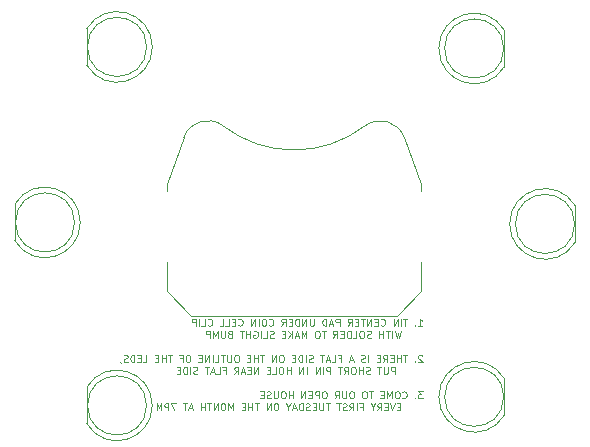
<source format=gbr>
G04 #@! TF.GenerationSoftware,KiCad,Pcbnew,(5.0.0)*
G04 #@! TF.CreationDate,2018-10-24T09:39:07-04:00*
G04 #@! TF.ProjectId,Interlock,496E7465726C6F636B2E6B696361645F,rev?*
G04 #@! TF.SameCoordinates,Original*
G04 #@! TF.FileFunction,Legend,Bot*
G04 #@! TF.FilePolarity,Positive*
%FSLAX46Y46*%
G04 Gerber Fmt 4.6, Leading zero omitted, Abs format (unit mm)*
G04 Created by KiCad (PCBNEW (5.0.0)) date 10/24/18 09:39:07*
%MOMM*%
%LPD*%
G01*
G04 APERTURE LIST*
%ADD10C,0.125000*%
%ADD11C,0.100000*%
%ADD12C,0.120000*%
%ADD13C,0.150000*%
G04 APERTURE END LIST*
D10*
X151988607Y-70978928D02*
X152331464Y-70978928D01*
X152160035Y-70978928D02*
X152160035Y-70378928D01*
X152217178Y-70464642D01*
X152274321Y-70521785D01*
X152331464Y-70550357D01*
X151731464Y-70921785D02*
X151702892Y-70950357D01*
X151731464Y-70978928D01*
X151760035Y-70950357D01*
X151731464Y-70921785D01*
X151731464Y-70978928D01*
X151074321Y-70378928D02*
X150731464Y-70378928D01*
X150902892Y-70978928D02*
X150902892Y-70378928D01*
X150531464Y-70978928D02*
X150531464Y-70378928D01*
X150245750Y-70978928D02*
X150245750Y-70378928D01*
X149902892Y-70978928D01*
X149902892Y-70378928D01*
X148817178Y-70921785D02*
X148845750Y-70950357D01*
X148931464Y-70978928D01*
X148988607Y-70978928D01*
X149074321Y-70950357D01*
X149131464Y-70893214D01*
X149160035Y-70836071D01*
X149188607Y-70721785D01*
X149188607Y-70636071D01*
X149160035Y-70521785D01*
X149131464Y-70464642D01*
X149074321Y-70407500D01*
X148988607Y-70378928D01*
X148931464Y-70378928D01*
X148845750Y-70407500D01*
X148817178Y-70436071D01*
X148560035Y-70664642D02*
X148360035Y-70664642D01*
X148274321Y-70978928D02*
X148560035Y-70978928D01*
X148560035Y-70378928D01*
X148274321Y-70378928D01*
X148017178Y-70978928D02*
X148017178Y-70378928D01*
X147674321Y-70978928D01*
X147674321Y-70378928D01*
X147474321Y-70378928D02*
X147131464Y-70378928D01*
X147302892Y-70978928D02*
X147302892Y-70378928D01*
X146931464Y-70664642D02*
X146731464Y-70664642D01*
X146645750Y-70978928D02*
X146931464Y-70978928D01*
X146931464Y-70378928D01*
X146645750Y-70378928D01*
X146045750Y-70978928D02*
X146245750Y-70693214D01*
X146388607Y-70978928D02*
X146388607Y-70378928D01*
X146160035Y-70378928D01*
X146102892Y-70407500D01*
X146074321Y-70436071D01*
X146045750Y-70493214D01*
X146045750Y-70578928D01*
X146074321Y-70636071D01*
X146102892Y-70664642D01*
X146160035Y-70693214D01*
X146388607Y-70693214D01*
X145331464Y-70978928D02*
X145331464Y-70378928D01*
X145102892Y-70378928D01*
X145045750Y-70407500D01*
X145017178Y-70436071D01*
X144988607Y-70493214D01*
X144988607Y-70578928D01*
X145017178Y-70636071D01*
X145045750Y-70664642D01*
X145102892Y-70693214D01*
X145331464Y-70693214D01*
X144760035Y-70807500D02*
X144474321Y-70807500D01*
X144817178Y-70978928D02*
X144617178Y-70378928D01*
X144417178Y-70978928D01*
X144217178Y-70978928D02*
X144217178Y-70378928D01*
X144074321Y-70378928D01*
X143988607Y-70407500D01*
X143931464Y-70464642D01*
X143902892Y-70521785D01*
X143874321Y-70636071D01*
X143874321Y-70721785D01*
X143902892Y-70836071D01*
X143931464Y-70893214D01*
X143988607Y-70950357D01*
X144074321Y-70978928D01*
X144217178Y-70978928D01*
X143160035Y-70378928D02*
X143160035Y-70864642D01*
X143131464Y-70921785D01*
X143102892Y-70950357D01*
X143045750Y-70978928D01*
X142931464Y-70978928D01*
X142874321Y-70950357D01*
X142845750Y-70921785D01*
X142817178Y-70864642D01*
X142817178Y-70378928D01*
X142531464Y-70978928D02*
X142531464Y-70378928D01*
X142188607Y-70978928D01*
X142188607Y-70378928D01*
X141902892Y-70978928D02*
X141902892Y-70378928D01*
X141760035Y-70378928D01*
X141674321Y-70407500D01*
X141617178Y-70464642D01*
X141588607Y-70521785D01*
X141560035Y-70636071D01*
X141560035Y-70721785D01*
X141588607Y-70836071D01*
X141617178Y-70893214D01*
X141674321Y-70950357D01*
X141760035Y-70978928D01*
X141902892Y-70978928D01*
X141302892Y-70664642D02*
X141102892Y-70664642D01*
X141017178Y-70978928D02*
X141302892Y-70978928D01*
X141302892Y-70378928D01*
X141017178Y-70378928D01*
X140417178Y-70978928D02*
X140617178Y-70693214D01*
X140760035Y-70978928D02*
X140760035Y-70378928D01*
X140531464Y-70378928D01*
X140474321Y-70407500D01*
X140445750Y-70436071D01*
X140417178Y-70493214D01*
X140417178Y-70578928D01*
X140445750Y-70636071D01*
X140474321Y-70664642D01*
X140531464Y-70693214D01*
X140760035Y-70693214D01*
X139360035Y-70921785D02*
X139388607Y-70950357D01*
X139474321Y-70978928D01*
X139531464Y-70978928D01*
X139617178Y-70950357D01*
X139674321Y-70893214D01*
X139702892Y-70836071D01*
X139731464Y-70721785D01*
X139731464Y-70636071D01*
X139702892Y-70521785D01*
X139674321Y-70464642D01*
X139617178Y-70407500D01*
X139531464Y-70378928D01*
X139474321Y-70378928D01*
X139388607Y-70407500D01*
X139360035Y-70436071D01*
X138988607Y-70378928D02*
X138874321Y-70378928D01*
X138817178Y-70407500D01*
X138760035Y-70464642D01*
X138731464Y-70578928D01*
X138731464Y-70778928D01*
X138760035Y-70893214D01*
X138817178Y-70950357D01*
X138874321Y-70978928D01*
X138988607Y-70978928D01*
X139045750Y-70950357D01*
X139102892Y-70893214D01*
X139131464Y-70778928D01*
X139131464Y-70578928D01*
X139102892Y-70464642D01*
X139045750Y-70407500D01*
X138988607Y-70378928D01*
X138474321Y-70978928D02*
X138474321Y-70378928D01*
X138188607Y-70978928D02*
X138188607Y-70378928D01*
X137845750Y-70978928D01*
X137845750Y-70378928D01*
X136760035Y-70921785D02*
X136788607Y-70950357D01*
X136874321Y-70978928D01*
X136931464Y-70978928D01*
X137017178Y-70950357D01*
X137074321Y-70893214D01*
X137102892Y-70836071D01*
X137131464Y-70721785D01*
X137131464Y-70636071D01*
X137102892Y-70521785D01*
X137074321Y-70464642D01*
X137017178Y-70407500D01*
X136931464Y-70378928D01*
X136874321Y-70378928D01*
X136788607Y-70407500D01*
X136760035Y-70436071D01*
X136502892Y-70664642D02*
X136302892Y-70664642D01*
X136217178Y-70978928D02*
X136502892Y-70978928D01*
X136502892Y-70378928D01*
X136217178Y-70378928D01*
X135674321Y-70978928D02*
X135960035Y-70978928D01*
X135960035Y-70378928D01*
X135188607Y-70978928D02*
X135474321Y-70978928D01*
X135474321Y-70378928D01*
X134188607Y-70921785D02*
X134217178Y-70950357D01*
X134302892Y-70978928D01*
X134360035Y-70978928D01*
X134445750Y-70950357D01*
X134502892Y-70893214D01*
X134531464Y-70836071D01*
X134560035Y-70721785D01*
X134560035Y-70636071D01*
X134531464Y-70521785D01*
X134502892Y-70464642D01*
X134445750Y-70407500D01*
X134360035Y-70378928D01*
X134302892Y-70378928D01*
X134217178Y-70407500D01*
X134188607Y-70436071D01*
X133645749Y-70978928D02*
X133931464Y-70978928D01*
X133931464Y-70378928D01*
X133445749Y-70978928D02*
X133445749Y-70378928D01*
X133160035Y-70978928D02*
X133160035Y-70378928D01*
X132931464Y-70378928D01*
X132874321Y-70407500D01*
X132845749Y-70436071D01*
X132817178Y-70493214D01*
X132817178Y-70578928D01*
X132845749Y-70636071D01*
X132874321Y-70664642D01*
X132931464Y-70693214D01*
X133160035Y-70693214D01*
X150531464Y-71403928D02*
X150388607Y-72003928D01*
X150274321Y-71575357D01*
X150160035Y-72003928D01*
X150017178Y-71403928D01*
X149788607Y-72003928D02*
X149788607Y-71403928D01*
X149588607Y-71403928D02*
X149245750Y-71403928D01*
X149417178Y-72003928D02*
X149417178Y-71403928D01*
X149045750Y-72003928D02*
X149045750Y-71403928D01*
X149045750Y-71689642D02*
X148702892Y-71689642D01*
X148702892Y-72003928D02*
X148702892Y-71403928D01*
X147988607Y-71975357D02*
X147902892Y-72003928D01*
X147760035Y-72003928D01*
X147702892Y-71975357D01*
X147674321Y-71946785D01*
X147645750Y-71889642D01*
X147645750Y-71832500D01*
X147674321Y-71775357D01*
X147702892Y-71746785D01*
X147760035Y-71718214D01*
X147874321Y-71689642D01*
X147931464Y-71661071D01*
X147960035Y-71632500D01*
X147988607Y-71575357D01*
X147988607Y-71518214D01*
X147960035Y-71461071D01*
X147931464Y-71432500D01*
X147874321Y-71403928D01*
X147731464Y-71403928D01*
X147645750Y-71432500D01*
X147274321Y-71403928D02*
X147160035Y-71403928D01*
X147102892Y-71432500D01*
X147045750Y-71489642D01*
X147017178Y-71603928D01*
X147017178Y-71803928D01*
X147045750Y-71918214D01*
X147102892Y-71975357D01*
X147160035Y-72003928D01*
X147274321Y-72003928D01*
X147331464Y-71975357D01*
X147388607Y-71918214D01*
X147417178Y-71803928D01*
X147417178Y-71603928D01*
X147388607Y-71489642D01*
X147331464Y-71432500D01*
X147274321Y-71403928D01*
X146474321Y-72003928D02*
X146760035Y-72003928D01*
X146760035Y-71403928D01*
X146274321Y-72003928D02*
X146274321Y-71403928D01*
X146131464Y-71403928D01*
X146045750Y-71432500D01*
X145988607Y-71489642D01*
X145960035Y-71546785D01*
X145931464Y-71661071D01*
X145931464Y-71746785D01*
X145960035Y-71861071D01*
X145988607Y-71918214D01*
X146045750Y-71975357D01*
X146131464Y-72003928D01*
X146274321Y-72003928D01*
X145674321Y-71689642D02*
X145474321Y-71689642D01*
X145388607Y-72003928D02*
X145674321Y-72003928D01*
X145674321Y-71403928D01*
X145388607Y-71403928D01*
X144788607Y-72003928D02*
X144988607Y-71718214D01*
X145131464Y-72003928D02*
X145131464Y-71403928D01*
X144902892Y-71403928D01*
X144845750Y-71432500D01*
X144817178Y-71461071D01*
X144788607Y-71518214D01*
X144788607Y-71603928D01*
X144817178Y-71661071D01*
X144845750Y-71689642D01*
X144902892Y-71718214D01*
X145131464Y-71718214D01*
X144160035Y-71403928D02*
X143817178Y-71403928D01*
X143988607Y-72003928D02*
X143988607Y-71403928D01*
X143502892Y-71403928D02*
X143388607Y-71403928D01*
X143331464Y-71432500D01*
X143274321Y-71489642D01*
X143245750Y-71603928D01*
X143245750Y-71803928D01*
X143274321Y-71918214D01*
X143331464Y-71975357D01*
X143388607Y-72003928D01*
X143502892Y-72003928D01*
X143560035Y-71975357D01*
X143617178Y-71918214D01*
X143645750Y-71803928D01*
X143645750Y-71603928D01*
X143617178Y-71489642D01*
X143560035Y-71432500D01*
X143502892Y-71403928D01*
X142531464Y-72003928D02*
X142531464Y-71403928D01*
X142331464Y-71832500D01*
X142131464Y-71403928D01*
X142131464Y-72003928D01*
X141874321Y-71832500D02*
X141588607Y-71832500D01*
X141931464Y-72003928D02*
X141731464Y-71403928D01*
X141531464Y-72003928D01*
X141331464Y-72003928D02*
X141331464Y-71403928D01*
X140988607Y-72003928D02*
X141245750Y-71661071D01*
X140988607Y-71403928D02*
X141331464Y-71746785D01*
X140731464Y-71689642D02*
X140531464Y-71689642D01*
X140445750Y-72003928D02*
X140731464Y-72003928D01*
X140731464Y-71403928D01*
X140445750Y-71403928D01*
X139760035Y-71975357D02*
X139674321Y-72003928D01*
X139531464Y-72003928D01*
X139474321Y-71975357D01*
X139445750Y-71946785D01*
X139417178Y-71889642D01*
X139417178Y-71832500D01*
X139445750Y-71775357D01*
X139474321Y-71746785D01*
X139531464Y-71718214D01*
X139645750Y-71689642D01*
X139702892Y-71661071D01*
X139731464Y-71632500D01*
X139760035Y-71575357D01*
X139760035Y-71518214D01*
X139731464Y-71461071D01*
X139702892Y-71432500D01*
X139645750Y-71403928D01*
X139502892Y-71403928D01*
X139417178Y-71432500D01*
X138874321Y-72003928D02*
X139160035Y-72003928D01*
X139160035Y-71403928D01*
X138674321Y-72003928D02*
X138674321Y-71403928D01*
X138074321Y-71432500D02*
X138131464Y-71403928D01*
X138217178Y-71403928D01*
X138302892Y-71432500D01*
X138360035Y-71489642D01*
X138388607Y-71546785D01*
X138417178Y-71661071D01*
X138417178Y-71746785D01*
X138388607Y-71861071D01*
X138360035Y-71918214D01*
X138302892Y-71975357D01*
X138217178Y-72003928D01*
X138160035Y-72003928D01*
X138074321Y-71975357D01*
X138045750Y-71946785D01*
X138045750Y-71746785D01*
X138160035Y-71746785D01*
X137788607Y-72003928D02*
X137788607Y-71403928D01*
X137788607Y-71689642D02*
X137445750Y-71689642D01*
X137445750Y-72003928D02*
X137445750Y-71403928D01*
X137245750Y-71403928D02*
X136902892Y-71403928D01*
X137074321Y-72003928D02*
X137074321Y-71403928D01*
X136045750Y-71689642D02*
X135960035Y-71718214D01*
X135931464Y-71746785D01*
X135902892Y-71803928D01*
X135902892Y-71889642D01*
X135931464Y-71946785D01*
X135960035Y-71975357D01*
X136017178Y-72003928D01*
X136245750Y-72003928D01*
X136245750Y-71403928D01*
X136045750Y-71403928D01*
X135988607Y-71432500D01*
X135960035Y-71461071D01*
X135931464Y-71518214D01*
X135931464Y-71575357D01*
X135960035Y-71632500D01*
X135988607Y-71661071D01*
X136045750Y-71689642D01*
X136245750Y-71689642D01*
X135645750Y-71403928D02*
X135645750Y-71889642D01*
X135617178Y-71946785D01*
X135588607Y-71975357D01*
X135531464Y-72003928D01*
X135417178Y-72003928D01*
X135360035Y-71975357D01*
X135331464Y-71946785D01*
X135302892Y-71889642D01*
X135302892Y-71403928D01*
X135017178Y-72003928D02*
X135017178Y-71403928D01*
X134817178Y-71832500D01*
X134617178Y-71403928D01*
X134617178Y-72003928D01*
X134331464Y-72003928D02*
X134331464Y-71403928D01*
X134102892Y-71403928D01*
X134045750Y-71432500D01*
X134017178Y-71461071D01*
X133988607Y-71518214D01*
X133988607Y-71603928D01*
X134017178Y-71661071D01*
X134045750Y-71689642D01*
X134102892Y-71718214D01*
X134331464Y-71718214D01*
X152331464Y-73511071D02*
X152302892Y-73482500D01*
X152245750Y-73453928D01*
X152102892Y-73453928D01*
X152045750Y-73482500D01*
X152017178Y-73511071D01*
X151988607Y-73568214D01*
X151988607Y-73625357D01*
X152017178Y-73711071D01*
X152360035Y-74053928D01*
X151988607Y-74053928D01*
X151731464Y-73996785D02*
X151702892Y-74025357D01*
X151731464Y-74053928D01*
X151760035Y-74025357D01*
X151731464Y-73996785D01*
X151731464Y-74053928D01*
X151074321Y-73453928D02*
X150731464Y-73453928D01*
X150902892Y-74053928D02*
X150902892Y-73453928D01*
X150531464Y-74053928D02*
X150531464Y-73453928D01*
X150531464Y-73739642D02*
X150188607Y-73739642D01*
X150188607Y-74053928D02*
X150188607Y-73453928D01*
X149902892Y-73739642D02*
X149702892Y-73739642D01*
X149617178Y-74053928D02*
X149902892Y-74053928D01*
X149902892Y-73453928D01*
X149617178Y-73453928D01*
X149017178Y-74053928D02*
X149217178Y-73768214D01*
X149360035Y-74053928D02*
X149360035Y-73453928D01*
X149131464Y-73453928D01*
X149074321Y-73482500D01*
X149045750Y-73511071D01*
X149017178Y-73568214D01*
X149017178Y-73653928D01*
X149045750Y-73711071D01*
X149074321Y-73739642D01*
X149131464Y-73768214D01*
X149360035Y-73768214D01*
X148760035Y-73739642D02*
X148560035Y-73739642D01*
X148474321Y-74053928D02*
X148760035Y-74053928D01*
X148760035Y-73453928D01*
X148474321Y-73453928D01*
X147760035Y-74053928D02*
X147760035Y-73453928D01*
X147502892Y-74025357D02*
X147417178Y-74053928D01*
X147274321Y-74053928D01*
X147217178Y-74025357D01*
X147188607Y-73996785D01*
X147160035Y-73939642D01*
X147160035Y-73882500D01*
X147188607Y-73825357D01*
X147217178Y-73796785D01*
X147274321Y-73768214D01*
X147388607Y-73739642D01*
X147445750Y-73711071D01*
X147474321Y-73682500D01*
X147502892Y-73625357D01*
X147502892Y-73568214D01*
X147474321Y-73511071D01*
X147445750Y-73482500D01*
X147388607Y-73453928D01*
X147245750Y-73453928D01*
X147160035Y-73482500D01*
X146474321Y-73882500D02*
X146188607Y-73882500D01*
X146531464Y-74053928D02*
X146331464Y-73453928D01*
X146131464Y-74053928D01*
X145274321Y-73739642D02*
X145474321Y-73739642D01*
X145474321Y-74053928D02*
X145474321Y-73453928D01*
X145188607Y-73453928D01*
X144674321Y-74053928D02*
X144960035Y-74053928D01*
X144960035Y-73453928D01*
X144502892Y-73882500D02*
X144217178Y-73882500D01*
X144560035Y-74053928D02*
X144360035Y-73453928D01*
X144160035Y-74053928D01*
X144045750Y-73453928D02*
X143702892Y-73453928D01*
X143874321Y-74053928D02*
X143874321Y-73453928D01*
X143074321Y-74025357D02*
X142988607Y-74053928D01*
X142845750Y-74053928D01*
X142788607Y-74025357D01*
X142760035Y-73996785D01*
X142731464Y-73939642D01*
X142731464Y-73882500D01*
X142760035Y-73825357D01*
X142788607Y-73796785D01*
X142845750Y-73768214D01*
X142960035Y-73739642D01*
X143017178Y-73711071D01*
X143045750Y-73682500D01*
X143074321Y-73625357D01*
X143074321Y-73568214D01*
X143045750Y-73511071D01*
X143017178Y-73482500D01*
X142960035Y-73453928D01*
X142817178Y-73453928D01*
X142731464Y-73482500D01*
X142474321Y-74053928D02*
X142474321Y-73453928D01*
X142188607Y-74053928D02*
X142188607Y-73453928D01*
X142045750Y-73453928D01*
X141960035Y-73482500D01*
X141902892Y-73539642D01*
X141874321Y-73596785D01*
X141845750Y-73711071D01*
X141845750Y-73796785D01*
X141874321Y-73911071D01*
X141902892Y-73968214D01*
X141960035Y-74025357D01*
X142045750Y-74053928D01*
X142188607Y-74053928D01*
X141588607Y-73739642D02*
X141388607Y-73739642D01*
X141302892Y-74053928D02*
X141588607Y-74053928D01*
X141588607Y-73453928D01*
X141302892Y-73453928D01*
X140474321Y-73453928D02*
X140360035Y-73453928D01*
X140302892Y-73482500D01*
X140245750Y-73539642D01*
X140217178Y-73653928D01*
X140217178Y-73853928D01*
X140245750Y-73968214D01*
X140302892Y-74025357D01*
X140360035Y-74053928D01*
X140474321Y-74053928D01*
X140531464Y-74025357D01*
X140588607Y-73968214D01*
X140617178Y-73853928D01*
X140617178Y-73653928D01*
X140588607Y-73539642D01*
X140531464Y-73482500D01*
X140474321Y-73453928D01*
X139960035Y-74053928D02*
X139960035Y-73453928D01*
X139617178Y-74053928D01*
X139617178Y-73453928D01*
X138960035Y-73453928D02*
X138617178Y-73453928D01*
X138788607Y-74053928D02*
X138788607Y-73453928D01*
X138417178Y-74053928D02*
X138417178Y-73453928D01*
X138417178Y-73739642D02*
X138074321Y-73739642D01*
X138074321Y-74053928D02*
X138074321Y-73453928D01*
X137788607Y-73739642D02*
X137588607Y-73739642D01*
X137502892Y-74053928D02*
X137788607Y-74053928D01*
X137788607Y-73453928D01*
X137502892Y-73453928D01*
X136674321Y-73453928D02*
X136560035Y-73453928D01*
X136502892Y-73482500D01*
X136445750Y-73539642D01*
X136417178Y-73653928D01*
X136417178Y-73853928D01*
X136445750Y-73968214D01*
X136502892Y-74025357D01*
X136560035Y-74053928D01*
X136674321Y-74053928D01*
X136731464Y-74025357D01*
X136788607Y-73968214D01*
X136817178Y-73853928D01*
X136817178Y-73653928D01*
X136788607Y-73539642D01*
X136731464Y-73482500D01*
X136674321Y-73453928D01*
X136160035Y-73453928D02*
X136160035Y-73939642D01*
X136131464Y-73996785D01*
X136102892Y-74025357D01*
X136045750Y-74053928D01*
X135931464Y-74053928D01*
X135874321Y-74025357D01*
X135845750Y-73996785D01*
X135817178Y-73939642D01*
X135817178Y-73453928D01*
X135617178Y-73453928D02*
X135274321Y-73453928D01*
X135445750Y-74053928D02*
X135445750Y-73453928D01*
X134788607Y-74053928D02*
X135074321Y-74053928D01*
X135074321Y-73453928D01*
X134588607Y-74053928D02*
X134588607Y-73453928D01*
X134302892Y-74053928D02*
X134302892Y-73453928D01*
X133960035Y-74053928D01*
X133960035Y-73453928D01*
X133674321Y-73739642D02*
X133474321Y-73739642D01*
X133388607Y-74053928D02*
X133674321Y-74053928D01*
X133674321Y-73453928D01*
X133388607Y-73453928D01*
X132560035Y-73453928D02*
X132445750Y-73453928D01*
X132388607Y-73482500D01*
X132331464Y-73539642D01*
X132302892Y-73653928D01*
X132302892Y-73853928D01*
X132331464Y-73968214D01*
X132388607Y-74025357D01*
X132445750Y-74053928D01*
X132560035Y-74053928D01*
X132617178Y-74025357D01*
X132674321Y-73968214D01*
X132702892Y-73853928D01*
X132702892Y-73653928D01*
X132674321Y-73539642D01*
X132617178Y-73482500D01*
X132560035Y-73453928D01*
X131845750Y-73739642D02*
X132045750Y-73739642D01*
X132045750Y-74053928D02*
X132045750Y-73453928D01*
X131760035Y-73453928D01*
X131160035Y-73453928D02*
X130817178Y-73453928D01*
X130988607Y-74053928D02*
X130988607Y-73453928D01*
X130617178Y-74053928D02*
X130617178Y-73453928D01*
X130617178Y-73739642D02*
X130274321Y-73739642D01*
X130274321Y-74053928D02*
X130274321Y-73453928D01*
X129988607Y-73739642D02*
X129788607Y-73739642D01*
X129702892Y-74053928D02*
X129988607Y-74053928D01*
X129988607Y-73453928D01*
X129702892Y-73453928D01*
X128702892Y-74053928D02*
X128988607Y-74053928D01*
X128988607Y-73453928D01*
X128502892Y-73739642D02*
X128302892Y-73739642D01*
X128217178Y-74053928D02*
X128502892Y-74053928D01*
X128502892Y-73453928D01*
X128217178Y-73453928D01*
X127960035Y-74053928D02*
X127960035Y-73453928D01*
X127817178Y-73453928D01*
X127731464Y-73482500D01*
X127674321Y-73539642D01*
X127645750Y-73596785D01*
X127617178Y-73711071D01*
X127617178Y-73796785D01*
X127645750Y-73911071D01*
X127674321Y-73968214D01*
X127731464Y-74025357D01*
X127817178Y-74053928D01*
X127960035Y-74053928D01*
X127388607Y-74025357D02*
X127302892Y-74053928D01*
X127160035Y-74053928D01*
X127102892Y-74025357D01*
X127074321Y-73996785D01*
X127045750Y-73939642D01*
X127045750Y-73882500D01*
X127074321Y-73825357D01*
X127102892Y-73796785D01*
X127160035Y-73768214D01*
X127274321Y-73739642D01*
X127331464Y-73711071D01*
X127360035Y-73682500D01*
X127388607Y-73625357D01*
X127388607Y-73568214D01*
X127360035Y-73511071D01*
X127331464Y-73482500D01*
X127274321Y-73453928D01*
X127131464Y-73453928D01*
X127045750Y-73482500D01*
X126760035Y-74025357D02*
X126760035Y-74053928D01*
X126788607Y-74111071D01*
X126817178Y-74139642D01*
X150017178Y-75078928D02*
X150017178Y-74478928D01*
X149788607Y-74478928D01*
X149731464Y-74507500D01*
X149702892Y-74536071D01*
X149674321Y-74593214D01*
X149674321Y-74678928D01*
X149702892Y-74736071D01*
X149731464Y-74764642D01*
X149788607Y-74793214D01*
X150017178Y-74793214D01*
X149417178Y-74478928D02*
X149417178Y-74964642D01*
X149388607Y-75021785D01*
X149360035Y-75050357D01*
X149302892Y-75078928D01*
X149188607Y-75078928D01*
X149131464Y-75050357D01*
X149102892Y-75021785D01*
X149074321Y-74964642D01*
X149074321Y-74478928D01*
X148874321Y-74478928D02*
X148531464Y-74478928D01*
X148702892Y-75078928D02*
X148702892Y-74478928D01*
X147902892Y-75050357D02*
X147817178Y-75078928D01*
X147674321Y-75078928D01*
X147617178Y-75050357D01*
X147588607Y-75021785D01*
X147560035Y-74964642D01*
X147560035Y-74907500D01*
X147588607Y-74850357D01*
X147617178Y-74821785D01*
X147674321Y-74793214D01*
X147788607Y-74764642D01*
X147845750Y-74736071D01*
X147874321Y-74707500D01*
X147902892Y-74650357D01*
X147902892Y-74593214D01*
X147874321Y-74536071D01*
X147845750Y-74507500D01*
X147788607Y-74478928D01*
X147645750Y-74478928D01*
X147560035Y-74507500D01*
X147302892Y-75078928D02*
X147302892Y-74478928D01*
X147302892Y-74764642D02*
X146960035Y-74764642D01*
X146960035Y-75078928D02*
X146960035Y-74478928D01*
X146560035Y-74478928D02*
X146445750Y-74478928D01*
X146388607Y-74507500D01*
X146331464Y-74564642D01*
X146302892Y-74678928D01*
X146302892Y-74878928D01*
X146331464Y-74993214D01*
X146388607Y-75050357D01*
X146445750Y-75078928D01*
X146560035Y-75078928D01*
X146617178Y-75050357D01*
X146674321Y-74993214D01*
X146702892Y-74878928D01*
X146702892Y-74678928D01*
X146674321Y-74564642D01*
X146617178Y-74507500D01*
X146560035Y-74478928D01*
X145702892Y-75078928D02*
X145902892Y-74793214D01*
X146045750Y-75078928D02*
X146045750Y-74478928D01*
X145817178Y-74478928D01*
X145760035Y-74507500D01*
X145731464Y-74536071D01*
X145702892Y-74593214D01*
X145702892Y-74678928D01*
X145731464Y-74736071D01*
X145760035Y-74764642D01*
X145817178Y-74793214D01*
X146045750Y-74793214D01*
X145531464Y-74478928D02*
X145188607Y-74478928D01*
X145360035Y-75078928D02*
X145360035Y-74478928D01*
X144531464Y-75078928D02*
X144531464Y-74478928D01*
X144302892Y-74478928D01*
X144245750Y-74507500D01*
X144217178Y-74536071D01*
X144188607Y-74593214D01*
X144188607Y-74678928D01*
X144217178Y-74736071D01*
X144245750Y-74764642D01*
X144302892Y-74793214D01*
X144531464Y-74793214D01*
X143931464Y-75078928D02*
X143931464Y-74478928D01*
X143645750Y-75078928D02*
X143645750Y-74478928D01*
X143302892Y-75078928D01*
X143302892Y-74478928D01*
X142560035Y-75078928D02*
X142560035Y-74478928D01*
X142274321Y-75078928D02*
X142274321Y-74478928D01*
X141931464Y-75078928D01*
X141931464Y-74478928D01*
X141188607Y-75078928D02*
X141188607Y-74478928D01*
X141188607Y-74764642D02*
X140845750Y-74764642D01*
X140845750Y-75078928D02*
X140845750Y-74478928D01*
X140445750Y-74478928D02*
X140331464Y-74478928D01*
X140274321Y-74507500D01*
X140217178Y-74564642D01*
X140188607Y-74678928D01*
X140188607Y-74878928D01*
X140217178Y-74993214D01*
X140274321Y-75050357D01*
X140331464Y-75078928D01*
X140445750Y-75078928D01*
X140502892Y-75050357D01*
X140560035Y-74993214D01*
X140588607Y-74878928D01*
X140588607Y-74678928D01*
X140560035Y-74564642D01*
X140502892Y-74507500D01*
X140445750Y-74478928D01*
X139645750Y-75078928D02*
X139931464Y-75078928D01*
X139931464Y-74478928D01*
X139445750Y-74764642D02*
X139245750Y-74764642D01*
X139160035Y-75078928D02*
X139445750Y-75078928D01*
X139445750Y-74478928D01*
X139160035Y-74478928D01*
X138445750Y-75078928D02*
X138445750Y-74478928D01*
X138102892Y-75078928D01*
X138102892Y-74478928D01*
X137817178Y-74764642D02*
X137617178Y-74764642D01*
X137531464Y-75078928D02*
X137817178Y-75078928D01*
X137817178Y-74478928D01*
X137531464Y-74478928D01*
X137302892Y-74907500D02*
X137017178Y-74907500D01*
X137360035Y-75078928D02*
X137160035Y-74478928D01*
X136960035Y-75078928D01*
X136417178Y-75078928D02*
X136617178Y-74793214D01*
X136760035Y-75078928D02*
X136760035Y-74478928D01*
X136531464Y-74478928D01*
X136474321Y-74507500D01*
X136445750Y-74536071D01*
X136417178Y-74593214D01*
X136417178Y-74678928D01*
X136445750Y-74736071D01*
X136474321Y-74764642D01*
X136531464Y-74793214D01*
X136760035Y-74793214D01*
X135502892Y-74764642D02*
X135702892Y-74764642D01*
X135702892Y-75078928D02*
X135702892Y-74478928D01*
X135417178Y-74478928D01*
X134902892Y-75078928D02*
X135188607Y-75078928D01*
X135188607Y-74478928D01*
X134731464Y-74907500D02*
X134445750Y-74907500D01*
X134788607Y-75078928D02*
X134588607Y-74478928D01*
X134388607Y-75078928D01*
X134274321Y-74478928D02*
X133931464Y-74478928D01*
X134102892Y-75078928D02*
X134102892Y-74478928D01*
X133302892Y-75050357D02*
X133217178Y-75078928D01*
X133074321Y-75078928D01*
X133017178Y-75050357D01*
X132988607Y-75021785D01*
X132960035Y-74964642D01*
X132960035Y-74907500D01*
X132988607Y-74850357D01*
X133017178Y-74821785D01*
X133074321Y-74793214D01*
X133188607Y-74764642D01*
X133245749Y-74736071D01*
X133274321Y-74707500D01*
X133302892Y-74650357D01*
X133302892Y-74593214D01*
X133274321Y-74536071D01*
X133245749Y-74507500D01*
X133188607Y-74478928D01*
X133045749Y-74478928D01*
X132960035Y-74507500D01*
X132702892Y-75078928D02*
X132702892Y-74478928D01*
X132417178Y-75078928D02*
X132417178Y-74478928D01*
X132274321Y-74478928D01*
X132188607Y-74507500D01*
X132131464Y-74564642D01*
X132102892Y-74621785D01*
X132074321Y-74736071D01*
X132074321Y-74821785D01*
X132102892Y-74936071D01*
X132131464Y-74993214D01*
X132188607Y-75050357D01*
X132274321Y-75078928D01*
X132417178Y-75078928D01*
X131817178Y-74764642D02*
X131617178Y-74764642D01*
X131531464Y-75078928D02*
X131817178Y-75078928D01*
X131817178Y-74478928D01*
X131531464Y-74478928D01*
X152360035Y-76528928D02*
X151988607Y-76528928D01*
X152188607Y-76757500D01*
X152102892Y-76757500D01*
X152045750Y-76786071D01*
X152017178Y-76814642D01*
X151988607Y-76871785D01*
X151988607Y-77014642D01*
X152017178Y-77071785D01*
X152045750Y-77100357D01*
X152102892Y-77128928D01*
X152274321Y-77128928D01*
X152331464Y-77100357D01*
X152360035Y-77071785D01*
X151731464Y-77071785D02*
X151702892Y-77100357D01*
X151731464Y-77128928D01*
X151760035Y-77100357D01*
X151731464Y-77071785D01*
X151731464Y-77128928D01*
X150645750Y-77071785D02*
X150674321Y-77100357D01*
X150760035Y-77128928D01*
X150817178Y-77128928D01*
X150902892Y-77100357D01*
X150960035Y-77043214D01*
X150988607Y-76986071D01*
X151017178Y-76871785D01*
X151017178Y-76786071D01*
X150988607Y-76671785D01*
X150960035Y-76614642D01*
X150902892Y-76557500D01*
X150817178Y-76528928D01*
X150760035Y-76528928D01*
X150674321Y-76557500D01*
X150645750Y-76586071D01*
X150274321Y-76528928D02*
X150160035Y-76528928D01*
X150102892Y-76557500D01*
X150045750Y-76614642D01*
X150017178Y-76728928D01*
X150017178Y-76928928D01*
X150045750Y-77043214D01*
X150102892Y-77100357D01*
X150160035Y-77128928D01*
X150274321Y-77128928D01*
X150331464Y-77100357D01*
X150388607Y-77043214D01*
X150417178Y-76928928D01*
X150417178Y-76728928D01*
X150388607Y-76614642D01*
X150331464Y-76557500D01*
X150274321Y-76528928D01*
X149760035Y-77128928D02*
X149760035Y-76528928D01*
X149560035Y-76957500D01*
X149360035Y-76528928D01*
X149360035Y-77128928D01*
X149074321Y-76814642D02*
X148874321Y-76814642D01*
X148788607Y-77128928D02*
X149074321Y-77128928D01*
X149074321Y-76528928D01*
X148788607Y-76528928D01*
X148160035Y-76528928D02*
X147817178Y-76528928D01*
X147988607Y-77128928D02*
X147988607Y-76528928D01*
X147502892Y-76528928D02*
X147388607Y-76528928D01*
X147331464Y-76557500D01*
X147274321Y-76614642D01*
X147245750Y-76728928D01*
X147245750Y-76928928D01*
X147274321Y-77043214D01*
X147331464Y-77100357D01*
X147388607Y-77128928D01*
X147502892Y-77128928D01*
X147560035Y-77100357D01*
X147617178Y-77043214D01*
X147645750Y-76928928D01*
X147645750Y-76728928D01*
X147617178Y-76614642D01*
X147560035Y-76557500D01*
X147502892Y-76528928D01*
X146417178Y-76528928D02*
X146302892Y-76528928D01*
X146245750Y-76557500D01*
X146188607Y-76614642D01*
X146160035Y-76728928D01*
X146160035Y-76928928D01*
X146188607Y-77043214D01*
X146245750Y-77100357D01*
X146302892Y-77128928D01*
X146417178Y-77128928D01*
X146474321Y-77100357D01*
X146531464Y-77043214D01*
X146560035Y-76928928D01*
X146560035Y-76728928D01*
X146531464Y-76614642D01*
X146474321Y-76557500D01*
X146417178Y-76528928D01*
X145902892Y-76528928D02*
X145902892Y-77014642D01*
X145874321Y-77071785D01*
X145845750Y-77100357D01*
X145788607Y-77128928D01*
X145674321Y-77128928D01*
X145617178Y-77100357D01*
X145588607Y-77071785D01*
X145560035Y-77014642D01*
X145560035Y-76528928D01*
X144931464Y-77128928D02*
X145131464Y-76843214D01*
X145274321Y-77128928D02*
X145274321Y-76528928D01*
X145045750Y-76528928D01*
X144988607Y-76557500D01*
X144960035Y-76586071D01*
X144931464Y-76643214D01*
X144931464Y-76728928D01*
X144960035Y-76786071D01*
X144988607Y-76814642D01*
X145045750Y-76843214D01*
X145274321Y-76843214D01*
X144102892Y-76528928D02*
X143988607Y-76528928D01*
X143931464Y-76557500D01*
X143874321Y-76614642D01*
X143845750Y-76728928D01*
X143845750Y-76928928D01*
X143874321Y-77043214D01*
X143931464Y-77100357D01*
X143988607Y-77128928D01*
X144102892Y-77128928D01*
X144160035Y-77100357D01*
X144217178Y-77043214D01*
X144245750Y-76928928D01*
X144245750Y-76728928D01*
X144217178Y-76614642D01*
X144160035Y-76557500D01*
X144102892Y-76528928D01*
X143588607Y-77128928D02*
X143588607Y-76528928D01*
X143360035Y-76528928D01*
X143302892Y-76557500D01*
X143274321Y-76586071D01*
X143245750Y-76643214D01*
X143245750Y-76728928D01*
X143274321Y-76786071D01*
X143302892Y-76814642D01*
X143360035Y-76843214D01*
X143588607Y-76843214D01*
X142988607Y-76814642D02*
X142788607Y-76814642D01*
X142702892Y-77128928D02*
X142988607Y-77128928D01*
X142988607Y-76528928D01*
X142702892Y-76528928D01*
X142445750Y-77128928D02*
X142445750Y-76528928D01*
X142102892Y-77128928D01*
X142102892Y-76528928D01*
X141360035Y-77128928D02*
X141360035Y-76528928D01*
X141360035Y-76814642D02*
X141017178Y-76814642D01*
X141017178Y-77128928D02*
X141017178Y-76528928D01*
X140617178Y-76528928D02*
X140502892Y-76528928D01*
X140445750Y-76557500D01*
X140388607Y-76614642D01*
X140360035Y-76728928D01*
X140360035Y-76928928D01*
X140388607Y-77043214D01*
X140445750Y-77100357D01*
X140502892Y-77128928D01*
X140617178Y-77128928D01*
X140674321Y-77100357D01*
X140731464Y-77043214D01*
X140760035Y-76928928D01*
X140760035Y-76728928D01*
X140731464Y-76614642D01*
X140674321Y-76557500D01*
X140617178Y-76528928D01*
X140102892Y-76528928D02*
X140102892Y-77014642D01*
X140074321Y-77071785D01*
X140045750Y-77100357D01*
X139988607Y-77128928D01*
X139874321Y-77128928D01*
X139817178Y-77100357D01*
X139788607Y-77071785D01*
X139760035Y-77014642D01*
X139760035Y-76528928D01*
X139502892Y-77100357D02*
X139417178Y-77128928D01*
X139274321Y-77128928D01*
X139217178Y-77100357D01*
X139188607Y-77071785D01*
X139160035Y-77014642D01*
X139160035Y-76957500D01*
X139188607Y-76900357D01*
X139217178Y-76871785D01*
X139274321Y-76843214D01*
X139388607Y-76814642D01*
X139445750Y-76786071D01*
X139474321Y-76757500D01*
X139502892Y-76700357D01*
X139502892Y-76643214D01*
X139474321Y-76586071D01*
X139445750Y-76557500D01*
X139388607Y-76528928D01*
X139245750Y-76528928D01*
X139160035Y-76557500D01*
X138902892Y-76814642D02*
X138702892Y-76814642D01*
X138617178Y-77128928D02*
X138902892Y-77128928D01*
X138902892Y-76528928D01*
X138617178Y-76528928D01*
X150474321Y-77839642D02*
X150274321Y-77839642D01*
X150188607Y-78153928D02*
X150474321Y-78153928D01*
X150474321Y-77553928D01*
X150188607Y-77553928D01*
X150017178Y-77553928D02*
X149817178Y-78153928D01*
X149617178Y-77553928D01*
X149417178Y-77839642D02*
X149217178Y-77839642D01*
X149131464Y-78153928D02*
X149417178Y-78153928D01*
X149417178Y-77553928D01*
X149131464Y-77553928D01*
X148531464Y-78153928D02*
X148731464Y-77868214D01*
X148874321Y-78153928D02*
X148874321Y-77553928D01*
X148645750Y-77553928D01*
X148588607Y-77582500D01*
X148560035Y-77611071D01*
X148531464Y-77668214D01*
X148531464Y-77753928D01*
X148560035Y-77811071D01*
X148588607Y-77839642D01*
X148645750Y-77868214D01*
X148874321Y-77868214D01*
X148160035Y-77868214D02*
X148160035Y-78153928D01*
X148360035Y-77553928D02*
X148160035Y-77868214D01*
X147960035Y-77553928D01*
X147102892Y-77839642D02*
X147302892Y-77839642D01*
X147302892Y-78153928D02*
X147302892Y-77553928D01*
X147017178Y-77553928D01*
X146788607Y-78153928D02*
X146788607Y-77553928D01*
X146160035Y-78153928D02*
X146360035Y-77868214D01*
X146502892Y-78153928D02*
X146502892Y-77553928D01*
X146274321Y-77553928D01*
X146217178Y-77582500D01*
X146188607Y-77611071D01*
X146160035Y-77668214D01*
X146160035Y-77753928D01*
X146188607Y-77811071D01*
X146217178Y-77839642D01*
X146274321Y-77868214D01*
X146502892Y-77868214D01*
X145931464Y-78125357D02*
X145845750Y-78153928D01*
X145702892Y-78153928D01*
X145645750Y-78125357D01*
X145617178Y-78096785D01*
X145588607Y-78039642D01*
X145588607Y-77982500D01*
X145617178Y-77925357D01*
X145645750Y-77896785D01*
X145702892Y-77868214D01*
X145817178Y-77839642D01*
X145874321Y-77811071D01*
X145902892Y-77782500D01*
X145931464Y-77725357D01*
X145931464Y-77668214D01*
X145902892Y-77611071D01*
X145874321Y-77582500D01*
X145817178Y-77553928D01*
X145674321Y-77553928D01*
X145588607Y-77582500D01*
X145417178Y-77553928D02*
X145074321Y-77553928D01*
X145245750Y-78153928D02*
X145245750Y-77553928D01*
X144502892Y-77553928D02*
X144160035Y-77553928D01*
X144331464Y-78153928D02*
X144331464Y-77553928D01*
X143960035Y-77553928D02*
X143960035Y-78039642D01*
X143931464Y-78096785D01*
X143902892Y-78125357D01*
X143845750Y-78153928D01*
X143731464Y-78153928D01*
X143674321Y-78125357D01*
X143645750Y-78096785D01*
X143617178Y-78039642D01*
X143617178Y-77553928D01*
X143331464Y-77839642D02*
X143131464Y-77839642D01*
X143045750Y-78153928D02*
X143331464Y-78153928D01*
X143331464Y-77553928D01*
X143045750Y-77553928D01*
X142817178Y-78125357D02*
X142731464Y-78153928D01*
X142588607Y-78153928D01*
X142531464Y-78125357D01*
X142502892Y-78096785D01*
X142474321Y-78039642D01*
X142474321Y-77982500D01*
X142502892Y-77925357D01*
X142531464Y-77896785D01*
X142588607Y-77868214D01*
X142702892Y-77839642D01*
X142760035Y-77811071D01*
X142788607Y-77782500D01*
X142817178Y-77725357D01*
X142817178Y-77668214D01*
X142788607Y-77611071D01*
X142760035Y-77582500D01*
X142702892Y-77553928D01*
X142560035Y-77553928D01*
X142474321Y-77582500D01*
X142217178Y-78153928D02*
X142217178Y-77553928D01*
X142074321Y-77553928D01*
X141988607Y-77582500D01*
X141931464Y-77639642D01*
X141902892Y-77696785D01*
X141874321Y-77811071D01*
X141874321Y-77896785D01*
X141902892Y-78011071D01*
X141931464Y-78068214D01*
X141988607Y-78125357D01*
X142074321Y-78153928D01*
X142217178Y-78153928D01*
X141645750Y-77982500D02*
X141360035Y-77982500D01*
X141702892Y-78153928D02*
X141502892Y-77553928D01*
X141302892Y-78153928D01*
X140988607Y-77868214D02*
X140988607Y-78153928D01*
X141188607Y-77553928D02*
X140988607Y-77868214D01*
X140788607Y-77553928D01*
X140017178Y-77553928D02*
X139902892Y-77553928D01*
X139845750Y-77582500D01*
X139788607Y-77639642D01*
X139760035Y-77753928D01*
X139760035Y-77953928D01*
X139788607Y-78068214D01*
X139845750Y-78125357D01*
X139902892Y-78153928D01*
X140017178Y-78153928D01*
X140074321Y-78125357D01*
X140131464Y-78068214D01*
X140160035Y-77953928D01*
X140160035Y-77753928D01*
X140131464Y-77639642D01*
X140074321Y-77582500D01*
X140017178Y-77553928D01*
X139502892Y-78153928D02*
X139502892Y-77553928D01*
X139160035Y-78153928D01*
X139160035Y-77553928D01*
X138502892Y-77553928D02*
X138160035Y-77553928D01*
X138331464Y-78153928D02*
X138331464Y-77553928D01*
X137960035Y-78153928D02*
X137960035Y-77553928D01*
X137960035Y-77839642D02*
X137617178Y-77839642D01*
X137617178Y-78153928D02*
X137617178Y-77553928D01*
X137331464Y-77839642D02*
X137131464Y-77839642D01*
X137045750Y-78153928D02*
X137331464Y-78153928D01*
X137331464Y-77553928D01*
X137045750Y-77553928D01*
X136331464Y-78153928D02*
X136331464Y-77553928D01*
X136131464Y-77982500D01*
X135931464Y-77553928D01*
X135931464Y-78153928D01*
X135531464Y-77553928D02*
X135417178Y-77553928D01*
X135360035Y-77582500D01*
X135302892Y-77639642D01*
X135274321Y-77753928D01*
X135274321Y-77953928D01*
X135302892Y-78068214D01*
X135360035Y-78125357D01*
X135417178Y-78153928D01*
X135531464Y-78153928D01*
X135588607Y-78125357D01*
X135645750Y-78068214D01*
X135674321Y-77953928D01*
X135674321Y-77753928D01*
X135645750Y-77639642D01*
X135588607Y-77582500D01*
X135531464Y-77553928D01*
X135017178Y-78153928D02*
X135017178Y-77553928D01*
X134674321Y-78153928D01*
X134674321Y-77553928D01*
X134474321Y-77553928D02*
X134131464Y-77553928D01*
X134302892Y-78153928D02*
X134302892Y-77553928D01*
X133931464Y-78153928D02*
X133931464Y-77553928D01*
X133931464Y-77839642D02*
X133588607Y-77839642D01*
X133588607Y-78153928D02*
X133588607Y-77553928D01*
X132874321Y-77982500D02*
X132588607Y-77982500D01*
X132931464Y-78153928D02*
X132731464Y-77553928D01*
X132531464Y-78153928D01*
X132417178Y-77553928D02*
X132074321Y-77553928D01*
X132245750Y-78153928D02*
X132245750Y-77553928D01*
X131474321Y-77553928D02*
X131074321Y-77553928D01*
X131331464Y-78153928D01*
X130845750Y-78153928D02*
X130845750Y-77553928D01*
X130617178Y-77553928D01*
X130560035Y-77582500D01*
X130531464Y-77611071D01*
X130502892Y-77668214D01*
X130502892Y-77753928D01*
X130531464Y-77811071D01*
X130560035Y-77839642D01*
X130617178Y-77868214D01*
X130845750Y-77868214D01*
X130245750Y-78153928D02*
X130245750Y-77553928D01*
X130045750Y-77982500D01*
X129845750Y-77553928D01*
X129845750Y-78153928D01*
D11*
G04 #@! TO.C,*
X135473399Y-54057464D02*
G75*
G03X147478000Y-54061000I6004601J7806464D01*
G01*
X135474646Y-54044470D02*
G75*
G03X132138000Y-55031000I-1306646J-1716530D01*
G01*
X130698000Y-58981000D02*
X132138000Y-55031000D01*
X132778000Y-70151000D02*
X130698000Y-68071000D01*
X150178000Y-70151000D02*
X132778000Y-70151000D01*
X150178000Y-70151000D02*
X152258000Y-68071000D01*
X152258000Y-58981000D02*
X150818000Y-55031000D01*
X150803244Y-55022831D02*
G75*
G03X147478000Y-54061000I-2015244J-738169D01*
G01*
X130698000Y-68071000D02*
X130698000Y-65611000D01*
X130698000Y-59611000D02*
X130698000Y-58981000D01*
X152258000Y-68071000D02*
X152258000Y-65611000D01*
X152258000Y-59611000D02*
X152258000Y-58981000D01*
D12*
X153740000Y-47499538D02*
G75*
G03X159290000Y-49044830I2990000J-462D01*
G01*
X153740000Y-47500462D02*
G75*
G02X159290000Y-45955170I2990000J462D01*
G01*
X159230000Y-47500000D02*
G75*
G03X159230000Y-47500000I-2500000J0D01*
G01*
X159290000Y-45955000D02*
X159290000Y-49045000D01*
X159290000Y-75455000D02*
X159290000Y-78545000D01*
X159230000Y-77000000D02*
G75*
G03X159230000Y-77000000I-2500000J0D01*
G01*
X153740000Y-77000462D02*
G75*
G02X159290000Y-75455170I2990000J462D01*
G01*
X153740000Y-76999538D02*
G75*
G03X159290000Y-78544830I2990000J-462D01*
G01*
X123386000Y-62230462D02*
G75*
G03X117836000Y-60685170I-2990000J462D01*
G01*
X123386000Y-62229538D02*
G75*
G02X117836000Y-63774830I-2990000J-462D01*
G01*
X122896000Y-62230000D02*
G75*
G03X122896000Y-62230000I-2500000J0D01*
G01*
X117836000Y-63775000D02*
X117836000Y-60685000D01*
X165290000Y-60812000D02*
X165290000Y-63902000D01*
X165230000Y-62357000D02*
G75*
G03X165230000Y-62357000I-2500000J0D01*
G01*
X159740000Y-62357462D02*
G75*
G02X165290000Y-60812170I2990000J462D01*
G01*
X159740000Y-62356538D02*
G75*
G03X165290000Y-63901830I2990000J-462D01*
G01*
X129482000Y-77724462D02*
G75*
G03X123932000Y-76179170I-2990000J462D01*
G01*
X129482000Y-77723538D02*
G75*
G02X123932000Y-79268830I-2990000J-462D01*
G01*
X128992000Y-77724000D02*
G75*
G03X128992000Y-77724000I-2500000J0D01*
G01*
X123932000Y-79269000D02*
X123932000Y-76179000D01*
X123932000Y-48916000D02*
X123932000Y-45826000D01*
X128992000Y-47371000D02*
G75*
G03X128992000Y-47371000I-2500000J0D01*
G01*
X129482000Y-47370538D02*
G75*
G02X123932000Y-48915830I-2990000J-462D01*
G01*
X129482000Y-47371462D02*
G75*
G03X123932000Y-45826170I-2990000J462D01*
G01*
D13*
G04 #@! TD*
M02*

</source>
